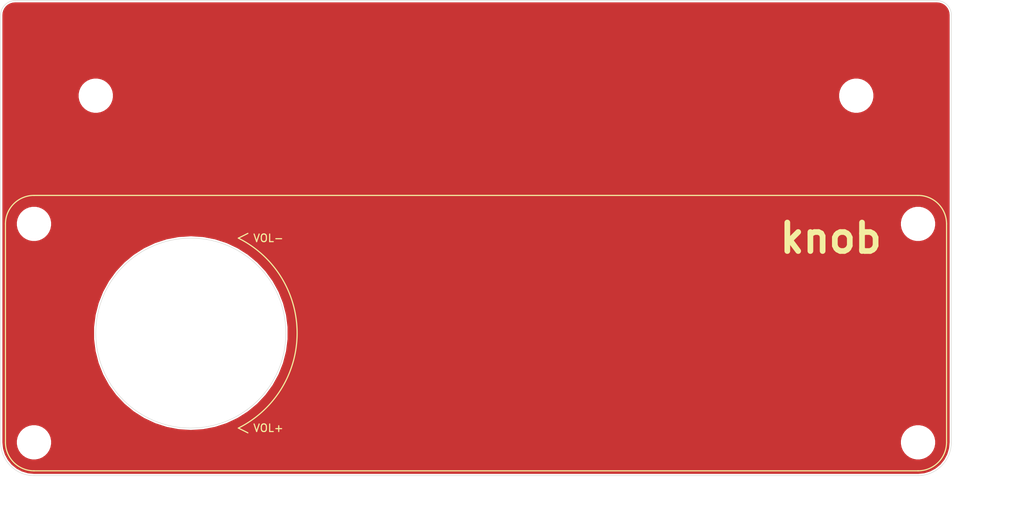
<source format=kicad_pcb>
(kicad_pcb (version 20171130) (host pcbnew "(5.1.9-0-10_14)")

  (general
    (thickness 1.6)
    (drawings 31)
    (tracks 0)
    (zones 0)
    (modules 6)
    (nets 1)
  )

  (page A4)
  (title_block
    (title "Knob (panel)")
    (date 2021-08-23)
    (rev V1.0)
    (company XiNGRZ)
  )

  (layers
    (0 F.Cu signal)
    (31 B.Cu signal)
    (32 B.Adhes user)
    (33 F.Adhes user)
    (34 B.Paste user)
    (35 F.Paste user)
    (36 B.SilkS user)
    (37 F.SilkS user)
    (38 B.Mask user)
    (39 F.Mask user)
    (40 Dwgs.User user)
    (41 Cmts.User user)
    (42 Eco1.User user)
    (43 Eco2.User user)
    (44 Edge.Cuts user)
    (45 Margin user)
    (46 B.CrtYd user)
    (47 F.CrtYd user)
    (48 B.Fab user hide)
    (49 F.Fab user hide)
  )

  (setup
    (last_trace_width 0.25)
    (trace_clearance 0.2)
    (zone_clearance 0.508)
    (zone_45_only no)
    (trace_min 0.2)
    (via_size 0.8)
    (via_drill 0.4)
    (via_min_size 0.4)
    (via_min_drill 0.3)
    (uvia_size 0.3)
    (uvia_drill 0.1)
    (uvias_allowed no)
    (uvia_min_size 0.2)
    (uvia_min_drill 0.1)
    (edge_width 0.05)
    (segment_width 0.2)
    (pcb_text_width 0.3)
    (pcb_text_size 1.5 1.5)
    (mod_edge_width 0.12)
    (mod_text_size 1 1)
    (mod_text_width 0.15)
    (pad_size 1.524 1.524)
    (pad_drill 0.762)
    (pad_to_mask_clearance 0)
    (aux_axis_origin 100 100)
    (grid_origin 100 100)
    (visible_elements FFFFFF7F)
    (pcbplotparams
      (layerselection 0x010fc_ffffffff)
      (usegerberextensions false)
      (usegerberattributes true)
      (usegerberadvancedattributes true)
      (creategerberjobfile true)
      (excludeedgelayer true)
      (linewidth 0.100000)
      (plotframeref false)
      (viasonmask false)
      (mode 1)
      (useauxorigin false)
      (hpglpennumber 1)
      (hpglpenspeed 20)
      (hpglpendiameter 15.000000)
      (psnegative false)
      (psa4output false)
      (plotreference true)
      (plotvalue true)
      (plotinvisibletext false)
      (padsonsilk false)
      (subtractmaskfromsilk false)
      (outputformat 1)
      (mirror false)
      (drillshape 1)
      (scaleselection 1)
      (outputdirectory ""))
  )

  (net 0 "")

  (net_class Default "This is the default net class."
    (clearance 0.2)
    (trace_width 0.25)
    (via_dia 0.8)
    (via_drill 0.4)
    (uvia_dia 0.3)
    (uvia_drill 0.1)
  )

  (module MountingHole:MountingHole_3.2mm_M3 (layer F.Cu) (tedit 56D1B4CB) (tstamp 6122D7E9)
    (at 196.5 96.5)
    (descr "Mounting Hole 3.2mm, no annular, M3")
    (tags "mounting hole 3.2mm no annular m3")
    (path /612C686F)
    (attr virtual)
    (fp_text reference H4 (at 0 -4.2) (layer F.Fab)
      (effects (font (size 1 1) (thickness 0.15)))
    )
    (fp_text value M3 (at 0 4.2) (layer F.Fab)
      (effects (font (size 1 1) (thickness 0.15)))
    )
    (fp_text user %R (at 0.3 0) (layer F.Fab)
      (effects (font (size 1 1) (thickness 0.15)))
    )
    (fp_circle (center 0 0) (end 3.2 0) (layer Cmts.User) (width 0.15))
    (fp_circle (center 0 0) (end 3.45 0) (layer F.CrtYd) (width 0.05))
    (pad 1 np_thru_hole circle (at 0 0) (size 3.2 3.2) (drill 3.2) (layers *.Cu *.Mask))
  )

  (module MountingHole:MountingHole_3.2mm_M3 (layer F.Cu) (tedit 56D1B4CB) (tstamp 6122D768)
    (at 196.5 73.5)
    (descr "Mounting Hole 3.2mm, no annular, M3")
    (tags "mounting hole 3.2mm no annular m3")
    (path /612C65CB)
    (attr virtual)
    (fp_text reference H3 (at 0 -4.2) (layer F.Fab)
      (effects (font (size 1 1) (thickness 0.15)))
    )
    (fp_text value M3 (at 0 4.2) (layer F.Fab)
      (effects (font (size 1 1) (thickness 0.15)))
    )
    (fp_text user %R (at 0.3 0) (layer F.Fab)
      (effects (font (size 1 1) (thickness 0.15)))
    )
    (fp_circle (center 0 0) (end 3.2 0) (layer Cmts.User) (width 0.15))
    (fp_circle (center 0 0) (end 3.45 0) (layer F.CrtYd) (width 0.05))
    (pad 1 np_thru_hole circle (at 0 0) (size 3.2 3.2) (drill 3.2) (layers *.Cu *.Mask))
  )

  (module MountingHole:MountingHole_3.2mm_M3 (layer F.Cu) (tedit 56D1B4CB) (tstamp 6122D869)
    (at 103.5 96.5)
    (descr "Mounting Hole 3.2mm, no annular, M3")
    (tags "mounting hole 3.2mm no annular m3")
    (path /612C60F8)
    (attr virtual)
    (fp_text reference H2 (at 0 -4.2) (layer F.Fab)
      (effects (font (size 1 1) (thickness 0.15)))
    )
    (fp_text value M3 (at 0 4.2) (layer F.Fab)
      (effects (font (size 1 1) (thickness 0.15)))
    )
    (fp_text user %R (at 0.3 0) (layer F.Fab)
      (effects (font (size 1 1) (thickness 0.15)))
    )
    (fp_circle (center 0 0) (end 3.2 0) (layer Cmts.User) (width 0.15))
    (fp_circle (center 0 0) (end 3.45 0) (layer F.CrtYd) (width 0.05))
    (pad 1 np_thru_hole circle (at 0 0) (size 3.2 3.2) (drill 3.2) (layers *.Cu *.Mask))
  )

  (module MountingHole:MountingHole_3.2mm_M3 (layer F.Cu) (tedit 56D1B4CB) (tstamp 6122D758)
    (at 103.5 73.5)
    (descr "Mounting Hole 3.2mm, no annular, M3")
    (tags "mounting hole 3.2mm no annular m3")
    (path /612C54DD)
    (attr virtual)
    (fp_text reference H1 (at 0 -4.2) (layer F.Fab)
      (effects (font (size 1 1) (thickness 0.15)))
    )
    (fp_text value M3 (at 0 4.2) (layer F.Fab)
      (effects (font (size 1 1) (thickness 0.15)))
    )
    (fp_text user %R (at 0.3 0) (layer F.Fab)
      (effects (font (size 1 1) (thickness 0.15)))
    )
    (fp_circle (center 0 0) (end 3.2 0) (layer Cmts.User) (width 0.15))
    (fp_circle (center 0 0) (end 3.45 0) (layer F.CrtYd) (width 0.05))
    (pad 1 np_thru_hole circle (at 0 0) (size 3.2 3.2) (drill 3.2) (layers *.Cu *.Mask))
  )

  (module MountingHole:MountingHole_3.2mm_M3 (layer F.Cu) (tedit 56D1B4CB) (tstamp 6122D780)
    (at 190 60)
    (descr "Mounting Hole 3.2mm, no annular, M3")
    (tags "mounting hole 3.2mm no annular m3")
    (path /612C448D)
    (attr virtual)
    (fp_text reference H6 (at 0 -4.2) (layer F.Fab)
      (effects (font (size 1 1) (thickness 0.15)))
    )
    (fp_text value M3 (at 0 4.2) (layer F.Fab)
      (effects (font (size 1 1) (thickness 0.15)))
    )
    (fp_circle (center 0 0) (end 3.2 0) (layer Cmts.User) (width 0.15))
    (fp_circle (center 0 0) (end 3.45 0) (layer F.CrtYd) (width 0.05))
    (fp_text user %R (at 0.3 0) (layer F.Fab)
      (effects (font (size 1 1) (thickness 0.15)))
    )
    (pad 1 np_thru_hole circle (at 0 0) (size 3.2 3.2) (drill 3.2) (layers *.Cu *.Mask))
  )

  (module MountingHole:MountingHole_3.2mm_M3 (layer F.Cu) (tedit 56D1B4CB) (tstamp 6122D82C)
    (at 110 60)
    (descr "Mounting Hole 3.2mm, no annular, M3")
    (tags "mounting hole 3.2mm no annular m3")
    (path /612C37CA)
    (attr virtual)
    (fp_text reference H5 (at 0 -4.2) (layer F.Fab)
      (effects (font (size 1 1) (thickness 0.15)))
    )
    (fp_text value M3 (at 0 4.2) (layer F.Fab)
      (effects (font (size 1 1) (thickness 0.15)))
    )
    (fp_circle (center 0 0) (end 3.2 0) (layer Cmts.User) (width 0.15))
    (fp_circle (center 0 0) (end 3.45 0) (layer F.CrtYd) (width 0.05))
    (fp_text user %R (at 0.3 0) (layer F.Fab)
      (effects (font (size 1 1) (thickness 0.15)))
    )
    (pad 1 np_thru_hole circle (at 0 0) (size 3.2 3.2) (drill 3.2) (layers *.Cu *.Mask))
  )

  (gr_text knob (at 193 75) (layer F.SilkS)
    (effects (font (size 3 3) (thickness 0.6)) (justify right))
  )
  (gr_text VOL+ (at 126.5 95) (layer F.SilkS) (tstamp 6123B90B)
    (effects (font (size 0.8 0.8) (thickness 0.12)) (justify left))
  )
  (gr_text VOL- (at 126.5 75) (layer F.SilkS)
    (effects (font (size 0.8 0.8) (thickness 0.12)) (justify left))
  )
  (gr_line (start 125 95) (end 126 95.5) (layer F.SilkS) (width 0.12))
  (gr_line (start 125 75.000001) (end 126 74.5) (layer F.SilkS) (width 0.12))
  (gr_arc (start 120 85) (end 124.999999 94.999999) (angle -126.8698976) (layer F.SilkS) (width 0.12))
  (gr_arc (start 196.5 96.5) (end 196.5 99.5) (angle -90) (layer F.SilkS) (width 0.12))
  (gr_arc (start 196.5 73.5) (end 199.5 73.5) (angle -90) (layer F.SilkS) (width 0.12))
  (gr_arc (start 103.5 73.5) (end 103.5 70.5) (angle -90) (layer F.SilkS) (width 0.12))
  (gr_line (start 100.5 73.5) (end 100.5 96.5) (layer F.SilkS) (width 0.12) (tstamp 6123B8F8))
  (gr_line (start 196.5 70.5) (end 103.5 70.5) (layer F.SilkS) (width 0.12))
  (gr_line (start 199.5 96.5) (end 199.5 73.5) (layer F.SilkS) (width 0.12))
  (gr_line (start 103.5 99.5) (end 196.5 99.5) (layer F.SilkS) (width 0.12))
  (gr_arc (start 103.5 96.5) (end 100.5 96.5) (angle -90) (layer F.SilkS) (width 0.12))
  (gr_arc (start 198.5 51.5) (end 200 51.5) (angle -90) (layer Edge.Cuts) (width 0.05))
  (gr_arc (start 101.5 51.5) (end 101.5 50) (angle -90) (layer Edge.Cuts) (width 0.05))
  (dimension 20 (width 0.15) (layer Dwgs.User)
    (gr_text "20.000 mm" (at 203.8 60 90) (layer Dwgs.User)
      (effects (font (size 1 1) (thickness 0.15)))
    )
    (feature1 (pts (xy 200 50) (xy 203.086421 50)))
    (feature2 (pts (xy 200 70) (xy 203.086421 70)))
    (crossbar (pts (xy 202.5 70) (xy 202.5 50)))
    (arrow1a (pts (xy 202.5 50) (xy 203.086421 51.126504)))
    (arrow1b (pts (xy 202.5 50) (xy 201.913579 51.126504)))
    (arrow2a (pts (xy 202.5 70) (xy 203.086421 68.873496)))
    (arrow2b (pts (xy 202.5 70) (xy 201.913579 68.873496)))
  )
  (gr_circle (center 120 85) (end 120 95) (layer Edge.Cuts) (width 0.05))
  (dimension 10 (width 0.15) (layer Dwgs.User)
    (gr_text "10.000 mm" (at 118.7 90 270) (layer Dwgs.User)
      (effects (font (size 1 1) (thickness 0.15)))
    )
    (feature1 (pts (xy 120 95) (xy 119.413579 95)))
    (feature2 (pts (xy 120 85) (xy 119.413579 85)))
    (crossbar (pts (xy 120 85) (xy 120 95)))
    (arrow1a (pts (xy 120 95) (xy 119.413579 93.873496)))
    (arrow1b (pts (xy 120 95) (xy 120.586421 93.873496)))
    (arrow2a (pts (xy 120 85) (xy 119.413579 86.126504)))
    (arrow2b (pts (xy 120 85) (xy 120.586421 86.126504)))
  )
  (dimension 20 (width 0.15) (layer Dwgs.User)
    (gr_text "20.000 mm" (at 110 86.3) (layer Dwgs.User)
      (effects (font (size 1 1) (thickness 0.15)))
    )
    (feature1 (pts (xy 120 85) (xy 120 85.586421)))
    (feature2 (pts (xy 100 85) (xy 100 85.586421)))
    (crossbar (pts (xy 100 85) (xy 120 85)))
    (arrow1a (pts (xy 120 85) (xy 118.873496 85.586421)))
    (arrow1b (pts (xy 120 85) (xy 118.873496 84.413579)))
    (arrow2a (pts (xy 100 85) (xy 101.126504 85.586421)))
    (arrow2b (pts (xy 100 85) (xy 101.126504 84.413579)))
  )
  (dimension 15 (width 0.15) (layer Dwgs.User)
    (gr_text "15.000 mm" (at 118.7 77.5 270) (layer Dwgs.User)
      (effects (font (size 1 1) (thickness 0.15)))
    )
    (feature1 (pts (xy 120 85) (xy 119.413579 85)))
    (feature2 (pts (xy 120 70) (xy 119.413579 70)))
    (crossbar (pts (xy 120 70) (xy 120 85)))
    (arrow1a (pts (xy 120 85) (xy 119.413579 83.873496)))
    (arrow1b (pts (xy 120 85) (xy 120.586421 83.873496)))
    (arrow2a (pts (xy 120 70) (xy 119.413579 71.126504)))
    (arrow2b (pts (xy 120 70) (xy 120.586421 71.126504)))
  )
  (dimension 30 (width 0.15) (layer Dwgs.User)
    (gr_text "30.000 mm" (at 203.8 85 90) (layer Dwgs.User)
      (effects (font (size 1 1) (thickness 0.15)))
    )
    (feature1 (pts (xy 200 70) (xy 203.086421 70)))
    (feature2 (pts (xy 200 100) (xy 203.086421 100)))
    (crossbar (pts (xy 202.5 100) (xy 202.5 70)))
    (arrow1a (pts (xy 202.5 70) (xy 203.086421 71.126504)))
    (arrow1b (pts (xy 202.5 70) (xy 201.913579 71.126504)))
    (arrow2a (pts (xy 202.5 100) (xy 203.086421 98.873496)))
    (arrow2b (pts (xy 202.5 100) (xy 201.913579 98.873496)))
  )
  (dimension 23 (width 0.15) (layer Dwgs.User)
    (gr_text "23.000 mm" (at 206.3 85 90) (layer Dwgs.User)
      (effects (font (size 1 1) (thickness 0.15)))
    )
    (feature1 (pts (xy 196.5 73.5) (xy 205.586421 73.5)))
    (feature2 (pts (xy 196.5 96.5) (xy 205.586421 96.5)))
    (crossbar (pts (xy 205 96.5) (xy 205 73.5)))
    (arrow1a (pts (xy 205 73.5) (xy 205.586421 74.626504)))
    (arrow1b (pts (xy 205 73.5) (xy 204.413579 74.626504)))
    (arrow2a (pts (xy 205 96.5) (xy 205.586421 95.373496)))
    (arrow2b (pts (xy 205 96.5) (xy 204.413579 95.373496)))
  )
  (dimension 93 (width 0.15) (layer Dwgs.User)
    (gr_text "93.000 mm" (at 150 106.3) (layer Dwgs.User)
      (effects (font (size 1 1) (thickness 0.15)))
    )
    (feature1 (pts (xy 196.5 96.5) (xy 196.5 105.586421)))
    (feature2 (pts (xy 103.5 96.5) (xy 103.5 105.586421)))
    (crossbar (pts (xy 103.5 105) (xy 196.5 105)))
    (arrow1a (pts (xy 196.5 105) (xy 195.373496 105.586421)))
    (arrow1b (pts (xy 196.5 105) (xy 195.373496 104.413579)))
    (arrow2a (pts (xy 103.5 105) (xy 104.626504 105.586421)))
    (arrow2b (pts (xy 103.5 105) (xy 104.626504 104.413579)))
  )
  (dimension 100 (width 0.15) (layer Dwgs.User)
    (gr_text "100.000 mm" (at 150 103.8) (layer Dwgs.User)
      (effects (font (size 1 1) (thickness 0.15)))
    )
    (feature1 (pts (xy 200 100) (xy 200 103.086421)))
    (feature2 (pts (xy 100 100) (xy 100 103.086421)))
    (crossbar (pts (xy 100 102.5) (xy 200 102.5)))
    (arrow1a (pts (xy 200 102.5) (xy 198.873496 103.086421)))
    (arrow1b (pts (xy 200 102.5) (xy 198.873496 101.913579)))
    (arrow2a (pts (xy 100 102.5) (xy 101.126504 103.086421)))
    (arrow2b (pts (xy 100 102.5) (xy 101.126504 101.913579)))
  )
  (gr_arc (start 196.5 96.5) (end 196.5 100) (angle -90) (layer Edge.Cuts) (width 0.05))
  (gr_arc (start 103.5 96.5) (end 100 96.5) (angle -90) (layer Edge.Cuts) (width 0.05))
  (gr_line (start 100 51.5) (end 100 96.5) (layer Edge.Cuts) (width 0.05) (tstamp 6122D859))
  (gr_line (start 198.5 50) (end 101.5 50) (layer Edge.Cuts) (width 0.05))
  (gr_line (start 200 96.5) (end 200 51.5) (layer Edge.Cuts) (width 0.05))
  (gr_line (start 103.5 100) (end 196.5 100) (layer Edge.Cuts) (width 0.05))

  (zone (net 0) (net_name "") (layer F.Cu) (tstamp 0) (hatch edge 0.508)
    (connect_pads yes (clearance 0.15))
    (min_thickness 0.254)
    (fill yes (arc_segments 32) (thermal_gap 0.508) (thermal_bridge_width 0.508) (smoothing fillet) (radius 1))
    (polygon
      (pts
        (xy 200 100) (xy 100 100) (xy 100 50) (xy 200 50)
      )
    )
    (filled_polygon
      (pts
        (xy 198.732415 50.326237) (xy 198.955968 50.393732) (xy 199.162162 50.503367) (xy 199.343131 50.650962) (xy 199.491985 50.830896)
        (xy 199.603058 51.03632) (xy 199.672112 51.259398) (xy 199.698001 51.505719) (xy 199.698 96.485226) (xy 199.635674 97.12088)
        (xy 199.455359 97.718111) (xy 199.162475 98.268945) (xy 198.76818 98.7524) (xy 198.287489 99.150062) (xy 197.738715 99.446783)
        (xy 197.142758 99.631262) (xy 196.508077 99.69797) (xy 196.499524 99.698) (xy 103.514774 99.698) (xy 102.87912 99.635674)
        (xy 102.281889 99.455359) (xy 101.731055 99.162475) (xy 101.2476 98.76818) (xy 100.849938 98.287489) (xy 100.553217 97.738715)
        (xy 100.368738 97.142758) (xy 100.30203 96.508077) (xy 100.302 96.499524) (xy 100.302 96.310207) (xy 101.573 96.310207)
        (xy 101.573 96.689793) (xy 101.647053 97.062085) (xy 101.792315 97.412777) (xy 102.003201 97.728391) (xy 102.271609 97.996799)
        (xy 102.587223 98.207685) (xy 102.937915 98.352947) (xy 103.310207 98.427) (xy 103.689793 98.427) (xy 104.062085 98.352947)
        (xy 104.412777 98.207685) (xy 104.728391 97.996799) (xy 104.996799 97.728391) (xy 105.207685 97.412777) (xy 105.352947 97.062085)
        (xy 105.427 96.689793) (xy 105.427 96.310207) (xy 194.573 96.310207) (xy 194.573 96.689793) (xy 194.647053 97.062085)
        (xy 194.792315 97.412777) (xy 195.003201 97.728391) (xy 195.271609 97.996799) (xy 195.587223 98.207685) (xy 195.937915 98.352947)
        (xy 196.310207 98.427) (xy 196.689793 98.427) (xy 197.062085 98.352947) (xy 197.412777 98.207685) (xy 197.728391 97.996799)
        (xy 197.996799 97.728391) (xy 198.207685 97.412777) (xy 198.352947 97.062085) (xy 198.427 96.689793) (xy 198.427 96.310207)
        (xy 198.352947 95.937915) (xy 198.207685 95.587223) (xy 197.996799 95.271609) (xy 197.728391 95.003201) (xy 197.412777 94.792315)
        (xy 197.062085 94.647053) (xy 196.689793 94.573) (xy 196.310207 94.573) (xy 195.937915 94.647053) (xy 195.587223 94.792315)
        (xy 195.271609 95.003201) (xy 195.003201 95.271609) (xy 194.792315 95.587223) (xy 194.647053 95.937915) (xy 194.573 96.310207)
        (xy 105.427 96.310207) (xy 105.352947 95.937915) (xy 105.207685 95.587223) (xy 104.996799 95.271609) (xy 104.728391 95.003201)
        (xy 104.412777 94.792315) (xy 104.062085 94.647053) (xy 103.689793 94.573) (xy 103.310207 94.573) (xy 102.937915 94.647053)
        (xy 102.587223 94.792315) (xy 102.271609 95.003201) (xy 102.003201 95.271609) (xy 101.792315 95.587223) (xy 101.647053 95.937915)
        (xy 101.573 96.310207) (xy 100.302 96.310207) (xy 100.302 84.351876) (xy 109.698368 84.351876) (xy 109.698368 85.648124)
        (xy 109.860831 86.93415) (xy 110.183195 88.189673) (xy 110.660375 89.394894) (xy 111.284847 90.530804) (xy 112.046762 91.57949)
        (xy 112.934105 92.524414) (xy 113.932881 93.350673) (xy 115.027339 94.045238) (xy 116.200218 94.597153) (xy 117.433023 94.997715)
        (xy 118.70631 95.240608) (xy 120 95.322) (xy 121.29369 95.240608) (xy 122.566977 94.997715) (xy 123.799782 94.597153)
        (xy 124.972661 94.045238) (xy 126.067119 93.350673) (xy 127.065895 92.524414) (xy 127.953238 91.57949) (xy 128.715153 90.530804)
        (xy 129.339625 89.394894) (xy 129.816805 88.189673) (xy 130.139169 86.93415) (xy 130.301632 85.648124) (xy 130.301632 84.351876)
        (xy 130.139169 83.06585) (xy 129.816805 81.810327) (xy 129.339625 80.605106) (xy 128.715153 79.469196) (xy 127.953238 78.42051)
        (xy 127.065895 77.475586) (xy 126.067119 76.649327) (xy 124.972661 75.954762) (xy 123.799782 75.402847) (xy 122.566977 75.002285)
        (xy 121.29369 74.759392) (xy 120 74.678) (xy 118.70631 74.759392) (xy 117.433023 75.002285) (xy 116.200218 75.402847)
        (xy 115.027339 75.954762) (xy 113.932881 76.649327) (xy 112.934105 77.475586) (xy 112.046762 78.42051) (xy 111.284847 79.469196)
        (xy 110.660375 80.605106) (xy 110.183195 81.810327) (xy 109.860831 83.06585) (xy 109.698368 84.351876) (xy 100.302 84.351876)
        (xy 100.302 73.310207) (xy 101.573 73.310207) (xy 101.573 73.689793) (xy 101.647053 74.062085) (xy 101.792315 74.412777)
        (xy 102.003201 74.728391) (xy 102.271609 74.996799) (xy 102.587223 75.207685) (xy 102.937915 75.352947) (xy 103.310207 75.427)
        (xy 103.689793 75.427) (xy 104.062085 75.352947) (xy 104.412777 75.207685) (xy 104.728391 74.996799) (xy 104.996799 74.728391)
        (xy 105.207685 74.412777) (xy 105.352947 74.062085) (xy 105.427 73.689793) (xy 105.427 73.310207) (xy 194.573 73.310207)
        (xy 194.573 73.689793) (xy 194.647053 74.062085) (xy 194.792315 74.412777) (xy 195.003201 74.728391) (xy 195.271609 74.996799)
        (xy 195.587223 75.207685) (xy 195.937915 75.352947) (xy 196.310207 75.427) (xy 196.689793 75.427) (xy 197.062085 75.352947)
        (xy 197.412777 75.207685) (xy 197.728391 74.996799) (xy 197.996799 74.728391) (xy 198.207685 74.412777) (xy 198.352947 74.062085)
        (xy 198.427 73.689793) (xy 198.427 73.310207) (xy 198.352947 72.937915) (xy 198.207685 72.587223) (xy 197.996799 72.271609)
        (xy 197.728391 72.003201) (xy 197.412777 71.792315) (xy 197.062085 71.647053) (xy 196.689793 71.573) (xy 196.310207 71.573)
        (xy 195.937915 71.647053) (xy 195.587223 71.792315) (xy 195.271609 72.003201) (xy 195.003201 72.271609) (xy 194.792315 72.587223)
        (xy 194.647053 72.937915) (xy 194.573 73.310207) (xy 105.427 73.310207) (xy 105.352947 72.937915) (xy 105.207685 72.587223)
        (xy 104.996799 72.271609) (xy 104.728391 72.003201) (xy 104.412777 71.792315) (xy 104.062085 71.647053) (xy 103.689793 71.573)
        (xy 103.310207 71.573) (xy 102.937915 71.647053) (xy 102.587223 71.792315) (xy 102.271609 72.003201) (xy 102.003201 72.271609)
        (xy 101.792315 72.587223) (xy 101.647053 72.937915) (xy 101.573 73.310207) (xy 100.302 73.310207) (xy 100.302 59.810207)
        (xy 108.073 59.810207) (xy 108.073 60.189793) (xy 108.147053 60.562085) (xy 108.292315 60.912777) (xy 108.503201 61.228391)
        (xy 108.771609 61.496799) (xy 109.087223 61.707685) (xy 109.437915 61.852947) (xy 109.810207 61.927) (xy 110.189793 61.927)
        (xy 110.562085 61.852947) (xy 110.912777 61.707685) (xy 111.228391 61.496799) (xy 111.496799 61.228391) (xy 111.707685 60.912777)
        (xy 111.852947 60.562085) (xy 111.927 60.189793) (xy 111.927 59.810207) (xy 188.073 59.810207) (xy 188.073 60.189793)
        (xy 188.147053 60.562085) (xy 188.292315 60.912777) (xy 188.503201 61.228391) (xy 188.771609 61.496799) (xy 189.087223 61.707685)
        (xy 189.437915 61.852947) (xy 189.810207 61.927) (xy 190.189793 61.927) (xy 190.562085 61.852947) (xy 190.912777 61.707685)
        (xy 191.228391 61.496799) (xy 191.496799 61.228391) (xy 191.707685 60.912777) (xy 191.852947 60.562085) (xy 191.927 60.189793)
        (xy 191.927 59.810207) (xy 191.852947 59.437915) (xy 191.707685 59.087223) (xy 191.496799 58.771609) (xy 191.228391 58.503201)
        (xy 190.912777 58.292315) (xy 190.562085 58.147053) (xy 190.189793 58.073) (xy 189.810207 58.073) (xy 189.437915 58.147053)
        (xy 189.087223 58.292315) (xy 188.771609 58.503201) (xy 188.503201 58.771609) (xy 188.292315 59.087223) (xy 188.147053 59.437915)
        (xy 188.073 59.810207) (xy 111.927 59.810207) (xy 111.852947 59.437915) (xy 111.707685 59.087223) (xy 111.496799 58.771609)
        (xy 111.228391 58.503201) (xy 110.912777 58.292315) (xy 110.562085 58.147053) (xy 110.189793 58.073) (xy 109.810207 58.073)
        (xy 109.437915 58.147053) (xy 109.087223 58.292315) (xy 108.771609 58.503201) (xy 108.503201 58.771609) (xy 108.292315 59.087223)
        (xy 108.147053 59.437915) (xy 108.073 59.810207) (xy 100.302 59.810207) (xy 100.302 51.514773) (xy 100.326237 51.267585)
        (xy 100.393732 51.044032) (xy 100.503367 50.837838) (xy 100.650962 50.656869) (xy 100.830896 50.508015) (xy 101.03632 50.396942)
        (xy 101.259398 50.327888) (xy 101.50571 50.302) (xy 198.485227 50.302)
      )
    )
  )
)

</source>
